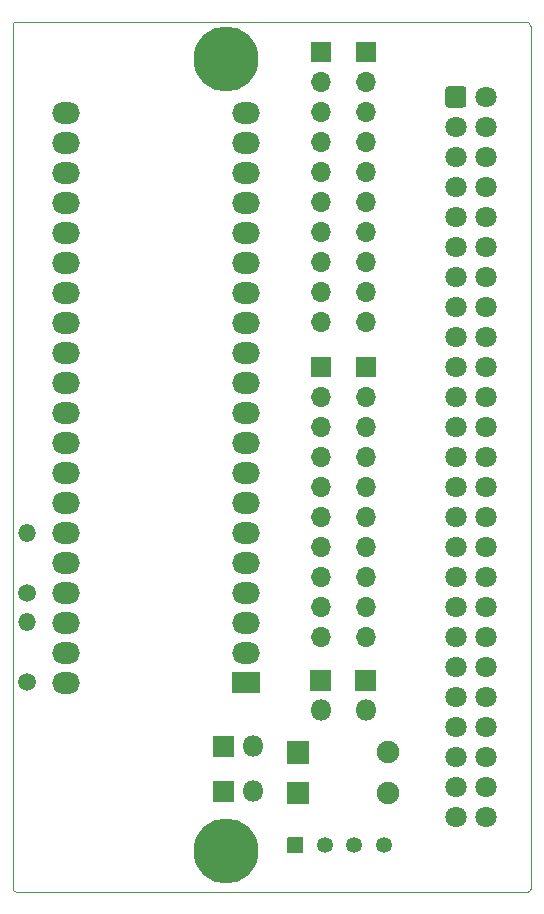
<source format=gbs>
%TF.GenerationSoftware,KiCad,Pcbnew,(5.1.10-1-10_14)*%
%TF.CreationDate,2021-10-09T12:14:23-05:00*%
%TF.ProjectId,bluepill_scsi,626c7565-7069-46c6-9c5f-736373692e6b,rev?*%
%TF.SameCoordinates,Original*%
%TF.FileFunction,Soldermask,Bot*%
%TF.FilePolarity,Negative*%
%FSLAX46Y46*%
G04 Gerber Fmt 4.6, Leading zero omitted, Abs format (unit mm)*
G04 Created by KiCad (PCBNEW (5.1.10-1-10_14)) date 2021-10-09 12:14:23*
%MOMM*%
%LPD*%
G01*
G04 APERTURE LIST*
%TA.AperFunction,Profile*%
%ADD10C,0.050000*%
%TD*%
%ADD11O,2.350000X1.827200*%
%ADD12C,1.800000*%
%ADD13O,1.800000X1.800000*%
%ADD14O,1.700000X1.700000*%
%ADD15C,1.350000*%
%ADD16O,1.900000X1.900000*%
%ADD17C,5.500000*%
%ADD18C,0.900000*%
%ADD19C,1.500000*%
%ADD20O,1.500000X1.500000*%
G04 APERTURE END LIST*
D10*
X125095000Y-169291000D02*
G75*
G02*
X124841000Y-169545000I-254000J0D01*
G01*
X81534000Y-169545000D02*
G75*
G02*
X81280000Y-169291000I0J254000D01*
G01*
X81280000Y-96139000D02*
G75*
G02*
X81534000Y-95885000I254000J0D01*
G01*
X124714000Y-95885000D02*
G75*
G02*
X125095000Y-96266000I0J-381000D01*
G01*
X81915000Y-169545000D02*
X81534000Y-169545000D01*
X81280000Y-168275000D02*
X81280000Y-169291000D01*
X124841000Y-169545000D02*
X81915000Y-169545000D01*
X125095000Y-168275000D02*
X125095000Y-169291000D01*
X124714000Y-95885000D02*
X81534000Y-95885000D01*
X125095000Y-168275000D02*
X125095000Y-96266000D01*
X81280000Y-168275000D02*
X81280000Y-96139000D01*
D11*
%TO.C,U1*%
X85725000Y-151866600D03*
X85725000Y-149275800D03*
X85725000Y-146735800D03*
X85725000Y-144195800D03*
X85725000Y-141655800D03*
X85725000Y-139115800D03*
X85725000Y-136575800D03*
X85725000Y-134035800D03*
X85725000Y-131495800D03*
X85725000Y-128955800D03*
X85725000Y-126415800D03*
X85725000Y-123875800D03*
X85725000Y-121335800D03*
X85725000Y-118795800D03*
X85725000Y-116255800D03*
X85725000Y-113715800D03*
X85725000Y-111175800D03*
X85725000Y-108635800D03*
X85725000Y-106095800D03*
X85725000Y-103555800D03*
X100965000Y-103555800D03*
X100965000Y-106095800D03*
X100965000Y-108635800D03*
X100965000Y-111175800D03*
X100965000Y-113715800D03*
X100965000Y-116255800D03*
X100965000Y-118795800D03*
X100965000Y-121335800D03*
X100965000Y-123875800D03*
X100965000Y-126415800D03*
X100965000Y-128955800D03*
X100965000Y-131495800D03*
X100965000Y-134035800D03*
X100965000Y-136575800D03*
X100965000Y-139115800D03*
X100965000Y-141655800D03*
X100965000Y-144195800D03*
X100965000Y-146735800D03*
X100965000Y-149275800D03*
G36*
G01*
X102090000Y-152729400D02*
X99840000Y-152729400D01*
G75*
G02*
X99790000Y-152679400I0J50000D01*
G01*
X99790000Y-150952200D01*
G75*
G02*
X99840000Y-150902200I50000J0D01*
G01*
X102090000Y-150902200D01*
G75*
G02*
X102140000Y-150952200I0J-50000D01*
G01*
X102140000Y-152679400D01*
G75*
G02*
X102090000Y-152729400I-50000J0D01*
G01*
G37*
%TD*%
D12*
%TO.C,J2*%
X121285000Y-163195000D03*
X121285000Y-160655000D03*
X121285000Y-158115000D03*
X121285000Y-155575000D03*
X121285000Y-153035000D03*
X121285000Y-150495000D03*
X121285000Y-147955000D03*
X121285000Y-145415000D03*
X121285000Y-142875000D03*
X121285000Y-140335000D03*
X121285000Y-137795000D03*
X121285000Y-135255000D03*
X121285000Y-132715000D03*
X121285000Y-130175000D03*
X121285000Y-127635000D03*
X121285000Y-125095000D03*
X121285000Y-122555000D03*
X121285000Y-120015000D03*
X121285000Y-117475000D03*
X121285000Y-114935000D03*
X121285000Y-112395000D03*
X121285000Y-109855000D03*
X121285000Y-107315000D03*
X121285000Y-104775000D03*
X121285000Y-102235000D03*
X118745000Y-163195000D03*
X118745000Y-160655000D03*
X118745000Y-158115000D03*
X118745000Y-155575000D03*
X118745000Y-153035000D03*
X118745000Y-150495000D03*
X118745000Y-147955000D03*
X118745000Y-145415000D03*
X118745000Y-142875000D03*
X118745000Y-140335000D03*
X118745000Y-137795000D03*
X118745000Y-135255000D03*
X118745000Y-132715000D03*
X118745000Y-130175000D03*
X118745000Y-127635000D03*
X118745000Y-125095000D03*
X118745000Y-122555000D03*
X118745000Y-120015000D03*
X118745000Y-117475000D03*
X118745000Y-114935000D03*
X118745000Y-112395000D03*
X118745000Y-109855000D03*
X118745000Y-107315000D03*
X118745000Y-104775000D03*
G36*
G01*
X117845000Y-102870295D02*
X117845000Y-101599705D01*
G75*
G02*
X118109705Y-101335000I264705J0D01*
G01*
X119380295Y-101335000D01*
G75*
G02*
X119645000Y-101599705I0J-264705D01*
G01*
X119645000Y-102870295D01*
G75*
G02*
X119380295Y-103135000I-264705J0D01*
G01*
X118109705Y-103135000D01*
G75*
G02*
X117845000Y-102870295I0J264705D01*
G01*
G37*
%TD*%
%TO.C,JP1*%
G36*
G01*
X110225000Y-152488000D02*
X110225000Y-150788000D01*
G75*
G02*
X110275000Y-150738000I50000J0D01*
G01*
X111975000Y-150738000D01*
G75*
G02*
X112025000Y-150788000I0J-50000D01*
G01*
X112025000Y-152488000D01*
G75*
G02*
X111975000Y-152538000I-50000J0D01*
G01*
X110275000Y-152538000D01*
G75*
G02*
X110225000Y-152488000I0J50000D01*
G01*
G37*
D13*
X111125000Y-154178000D03*
%TD*%
%TO.C,JP2*%
X107315000Y-154178000D03*
G36*
G01*
X106415000Y-152488000D02*
X106415000Y-150788000D01*
G75*
G02*
X106465000Y-150738000I50000J0D01*
G01*
X108165000Y-150738000D01*
G75*
G02*
X108215000Y-150788000I0J-50000D01*
G01*
X108215000Y-152488000D01*
G75*
G02*
X108165000Y-152538000I-50000J0D01*
G01*
X106465000Y-152538000D01*
G75*
G02*
X106415000Y-152488000I0J50000D01*
G01*
G37*
%TD*%
%TO.C,RN1*%
G36*
G01*
X106515000Y-97575000D02*
X108115000Y-97575000D01*
G75*
G02*
X108165000Y-97625000I0J-50000D01*
G01*
X108165000Y-99225000D01*
G75*
G02*
X108115000Y-99275000I-50000J0D01*
G01*
X106515000Y-99275000D01*
G75*
G02*
X106465000Y-99225000I0J50000D01*
G01*
X106465000Y-97625000D01*
G75*
G02*
X106515000Y-97575000I50000J0D01*
G01*
G37*
D14*
X107315000Y-100965000D03*
X107315000Y-103505000D03*
X107315000Y-106045000D03*
X107315000Y-108585000D03*
X107315000Y-111125000D03*
X107315000Y-113665000D03*
X107315000Y-116205000D03*
X107315000Y-118745000D03*
X107315000Y-121285000D03*
%TD*%
%TO.C,RN2*%
G36*
G01*
X110325000Y-97575000D02*
X111925000Y-97575000D01*
G75*
G02*
X111975000Y-97625000I0J-50000D01*
G01*
X111975000Y-99225000D01*
G75*
G02*
X111925000Y-99275000I-50000J0D01*
G01*
X110325000Y-99275000D01*
G75*
G02*
X110275000Y-99225000I0J50000D01*
G01*
X110275000Y-97625000D01*
G75*
G02*
X110325000Y-97575000I50000J0D01*
G01*
G37*
X111125000Y-100965000D03*
X111125000Y-103505000D03*
X111125000Y-106045000D03*
X111125000Y-108585000D03*
X111125000Y-111125000D03*
X111125000Y-113665000D03*
X111125000Y-116205000D03*
X111125000Y-118745000D03*
X111125000Y-121285000D03*
%TD*%
%TO.C,RN3*%
X107315000Y-147955000D03*
X107315000Y-145415000D03*
X107315000Y-142875000D03*
X107315000Y-140335000D03*
X107315000Y-137795000D03*
X107315000Y-135255000D03*
X107315000Y-132715000D03*
X107315000Y-130175000D03*
X107315000Y-127635000D03*
G36*
G01*
X106515000Y-124245000D02*
X108115000Y-124245000D01*
G75*
G02*
X108165000Y-124295000I0J-50000D01*
G01*
X108165000Y-125895000D01*
G75*
G02*
X108115000Y-125945000I-50000J0D01*
G01*
X106515000Y-125945000D01*
G75*
G02*
X106465000Y-125895000I0J50000D01*
G01*
X106465000Y-124295000D01*
G75*
G02*
X106515000Y-124245000I50000J0D01*
G01*
G37*
%TD*%
%TO.C,RN4*%
X111125000Y-147955000D03*
X111125000Y-145415000D03*
X111125000Y-142875000D03*
X111125000Y-140335000D03*
X111125000Y-137795000D03*
X111125000Y-135255000D03*
X111125000Y-132715000D03*
X111125000Y-130175000D03*
X111125000Y-127635000D03*
G36*
G01*
X110325000Y-124245000D02*
X111925000Y-124245000D01*
G75*
G02*
X111975000Y-124295000I0J-50000D01*
G01*
X111975000Y-125895000D01*
G75*
G02*
X111925000Y-125945000I-50000J0D01*
G01*
X110325000Y-125945000D01*
G75*
G02*
X110275000Y-125895000I0J50000D01*
G01*
X110275000Y-124295000D01*
G75*
G02*
X110325000Y-124245000I50000J0D01*
G01*
G37*
%TD*%
%TO.C,J1*%
G36*
G01*
X104481000Y-166233000D02*
X104481000Y-164983000D01*
G75*
G02*
X104531000Y-164933000I50000J0D01*
G01*
X105781000Y-164933000D01*
G75*
G02*
X105831000Y-164983000I0J-50000D01*
G01*
X105831000Y-166233000D01*
G75*
G02*
X105781000Y-166283000I-50000J0D01*
G01*
X104531000Y-166283000D01*
G75*
G02*
X104481000Y-166233000I0J50000D01*
G01*
G37*
D15*
X107656000Y-165608000D03*
X110156000Y-165608000D03*
X112656000Y-165608000D03*
%TD*%
%TO.C,D4*%
G36*
G01*
X104460000Y-162063000D02*
X104460000Y-160263000D01*
G75*
G02*
X104510000Y-160213000I50000J0D01*
G01*
X106310000Y-160213000D01*
G75*
G02*
X106360000Y-160263000I0J-50000D01*
G01*
X106360000Y-162063000D01*
G75*
G02*
X106310000Y-162113000I-50000J0D01*
G01*
X104510000Y-162113000D01*
G75*
G02*
X104460000Y-162063000I0J50000D01*
G01*
G37*
D16*
X113030000Y-161163000D03*
%TD*%
%TO.C,D5*%
X113030000Y-157734000D03*
G36*
G01*
X104460000Y-158634000D02*
X104460000Y-156834000D01*
G75*
G02*
X104510000Y-156784000I50000J0D01*
G01*
X106310000Y-156784000D01*
G75*
G02*
X106360000Y-156834000I0J-50000D01*
G01*
X106360000Y-158634000D01*
G75*
G02*
X106310000Y-158684000I-50000J0D01*
G01*
X104510000Y-158684000D01*
G75*
G02*
X104460000Y-158634000I0J50000D01*
G01*
G37*
%TD*%
D17*
%TO.C,H1*%
X99314000Y-99060000D03*
D18*
X101339000Y-99060000D03*
X100745891Y-100491891D03*
X99314000Y-101085000D03*
X97882109Y-100491891D03*
X97289000Y-99060000D03*
X97882109Y-97628109D03*
X99314000Y-97035000D03*
X100745891Y-97628109D03*
%TD*%
D17*
%TO.C,H2*%
X99314000Y-166116000D03*
D18*
X101339000Y-166116000D03*
X100745891Y-167547891D03*
X99314000Y-168141000D03*
X97882109Y-167547891D03*
X97289000Y-166116000D03*
X97882109Y-164684109D03*
X99314000Y-164091000D03*
X100745891Y-164684109D03*
%TD*%
D19*
%TO.C,R2*%
X82423000Y-144272000D03*
D20*
X82423000Y-139192000D03*
%TD*%
%TO.C,R1*%
X82423000Y-146685000D03*
D19*
X82423000Y-151765000D03*
%TD*%
%TO.C,J3*%
G36*
G01*
X99910000Y-158126000D02*
X98210000Y-158126000D01*
G75*
G02*
X98160000Y-158076000I0J50000D01*
G01*
X98160000Y-156376000D01*
G75*
G02*
X98210000Y-156326000I50000J0D01*
G01*
X99910000Y-156326000D01*
G75*
G02*
X99960000Y-156376000I0J-50000D01*
G01*
X99960000Y-158076000D01*
G75*
G02*
X99910000Y-158126000I-50000J0D01*
G01*
G37*
D13*
X101600000Y-157226000D03*
%TD*%
%TO.C,J4*%
X101600000Y-161036000D03*
G36*
G01*
X99910000Y-161936000D02*
X98210000Y-161936000D01*
G75*
G02*
X98160000Y-161886000I0J50000D01*
G01*
X98160000Y-160186000D01*
G75*
G02*
X98210000Y-160136000I50000J0D01*
G01*
X99910000Y-160136000D01*
G75*
G02*
X99960000Y-160186000I0J-50000D01*
G01*
X99960000Y-161886000D01*
G75*
G02*
X99910000Y-161936000I-50000J0D01*
G01*
G37*
%TD*%
M02*

</source>
